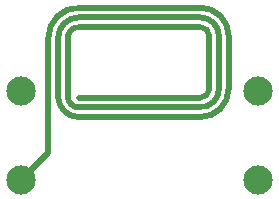
<source format=gbr>
%TF.GenerationSoftware,KiCad,Pcbnew,8.0.0*%
%TF.CreationDate,2024-05-01T17:20:29-04:00*%
%TF.ProjectId,planar_transformer_v2,706c616e-6172-45f7-9472-616e73666f72,rev?*%
%TF.SameCoordinates,Original*%
%TF.FileFunction,Copper,L1,Top*%
%TF.FilePolarity,Positive*%
%FSLAX46Y46*%
G04 Gerber Fmt 4.6, Leading zero omitted, Abs format (unit mm)*
G04 Created by KiCad (PCBNEW 8.0.0) date 2024-05-01 17:20:29*
%MOMM*%
%LPD*%
G01*
G04 APERTURE LIST*
%TA.AperFunction,ComponentPad*%
%ADD10C,2.476500*%
%TD*%
%TA.AperFunction,ViaPad*%
%ADD11C,0.500000*%
%TD*%
%TA.AperFunction,Conductor*%
%ADD12C,0.520000*%
%TD*%
G04 APERTURE END LIST*
D10*
%TO.P,J1,1,Pin_1*%
%TO.N,Net-(J1-Pin_1)*%
X121590400Y-101498400D03*
%TO.P,J1,2,Pin_2*%
X121590400Y-93998400D03*
%TO.P,J1,3,Pin_3*%
%TO.N,Net-(J1-Pin_3)*%
X141630400Y-93998400D03*
%TO.P,J1,4,Pin_4*%
X141630400Y-101498400D03*
%TD*%
D11*
%TO.N,Net-(J1-Pin_1)*%
X126441200Y-94564200D03*
%TD*%
D12*
%TO.N,Net-(J1-Pin_1)*%
X137508400Y-93801600D02*
X137508400Y-89335400D01*
X138328400Y-93801600D02*
X138328400Y-89335400D01*
X136750000Y-87757000D02*
X126450000Y-87757000D01*
X126450000Y-95380000D02*
X136750000Y-95380000D01*
X124706800Y-89500200D02*
X124706800Y-94456800D01*
X136750000Y-86937000D02*
X126450000Y-86937000D01*
X123886800Y-93794000D02*
X123886800Y-99212400D01*
X125526800Y-89500200D02*
X125526800Y-94456800D01*
X123886800Y-89500200D02*
X123886800Y-93794000D01*
X136750000Y-88577000D02*
X126450000Y-88577000D01*
X126450000Y-94560000D02*
X136750000Y-94560000D01*
X139148400Y-93801600D02*
X139148400Y-89335400D01*
X121590400Y-101498400D02*
X123876400Y-99212400D01*
X126450000Y-96200000D02*
X136750000Y-96200000D01*
X137508400Y-89335400D02*
G75*
G03*
X136750000Y-88577000I-758400J0D01*
G01*
X136750000Y-95380000D02*
G75*
G03*
X138328400Y-93801600I0J1578400D01*
G01*
X126450000Y-88577000D02*
G75*
G03*
X125526800Y-89500200I0J-923200D01*
G01*
X126450000Y-86937000D02*
G75*
G03*
X123886800Y-89500200I0J-2563200D01*
G01*
X136750000Y-94560000D02*
G75*
G03*
X137508400Y-93801600I0J758400D01*
G01*
X124706800Y-94456800D02*
G75*
G03*
X126450000Y-96200000I1743200J0D01*
G01*
X125526800Y-94456800D02*
G75*
G03*
X126450000Y-95380000I923200J0D01*
G01*
X136750000Y-96200000D02*
G75*
G03*
X139148400Y-93801600I0J2398400D01*
G01*
X126450000Y-87757000D02*
G75*
G03*
X124706800Y-89500200I0J-1743200D01*
G01*
X139148400Y-89335400D02*
G75*
G03*
X136750000Y-86937000I-2398400J0D01*
G01*
X138328400Y-89335400D02*
G75*
G03*
X136750000Y-87757000I-1578400J0D01*
G01*
%TD*%
M02*

</source>
